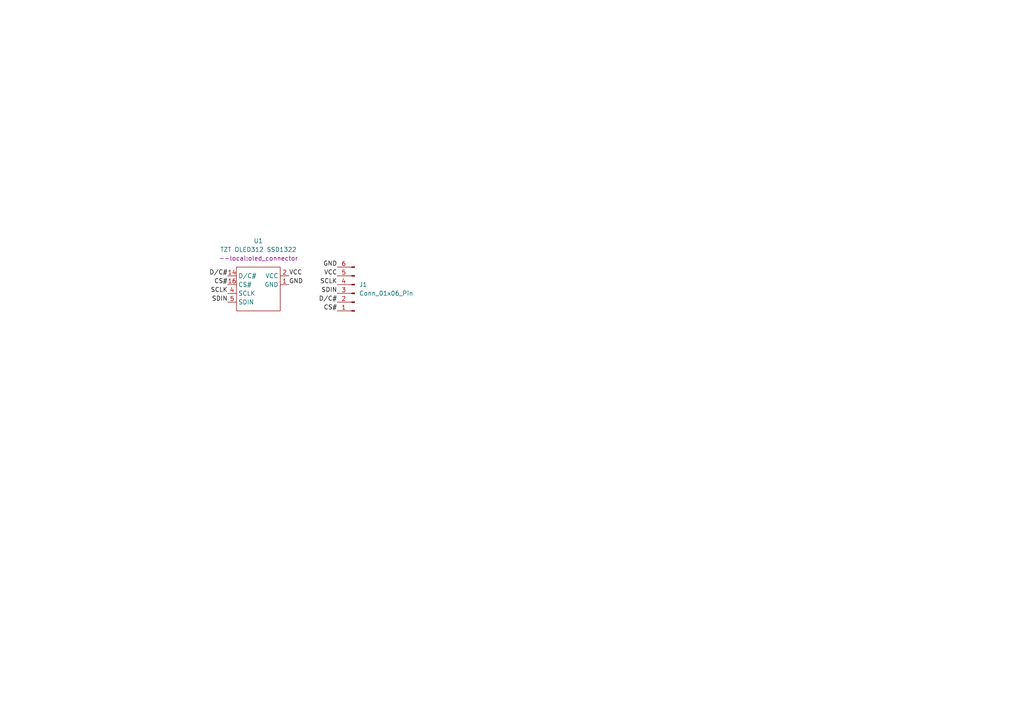
<source format=kicad_sch>
(kicad_sch (version 20230121) (generator eeschema)
  (paper "A4")
  (lib_symbols
    (symbol "--local:tzt_oled_312_ssd1322"
      (property "Reference" "U" (at 5.08 3.81 0))
      (property "Value" "TZT OLED312 SSD1322" (at 6.35 1.27 0))
      (property "Footprint" "--local:oled_connector" (at 2.54 6.35 0))
      (symbol "tzt_oled_312_ssd1322_0_1"
        (rectangle (start 0 0) (end 12.7 -12.7))
      )
      (symbol "tzt_oled_312_ssd1322_1_1"
        (pin input line (at 15.24 -5.08 180) (length 2.54) (name "GND") (number "1"))
        (pin input line (at -2.54 -2.54 0) (length 2.54) (name "D/C#") (number "14"))
        (pin input line (at -2.54 -5.08 0) (length 2.54) (name "CS#") (number "16"))
        (pin input line (at 15.24 -2.54 180) (length 2.54) (name "VCC") (number "2"))
        (pin input line (at -2.54 -7.62 0) (length 2.54) (name "SCLK") (number "4"))
        (pin input line (at -2.54 -10.16 0) (length 2.54) (name "SDIN") (number "5"))
      )
    )
    (symbol "Connector:Conn_01x06_Pin" (pin_names (offset 1.016) hide)
      (property "Reference" "J" (at 0 7.62 0))
      (property "Value" "Conn_01x06_Pin" (at 0 -10.16 0))
      (symbol "Conn_01x06_Pin_1_1"
        (polyline (pts (xy 1.27 -7.62) (xy 0.8636 -7.62)) (stroke (width 0.1524)))
        (polyline (pts (xy 1.27 -5.08) (xy 0.8636 -5.08)) (stroke (width 0.1524)))
        (polyline (pts (xy 1.27 -2.54) (xy 0.8636 -2.54)) (stroke (width 0.1524)))
        (polyline (pts (xy 1.27 0) (xy 0.8636 0)) (stroke (width 0.1524)))
        (polyline (pts (xy 1.27 2.54) (xy 0.8636 2.54)) (stroke (width 0.1524)))
        (polyline (pts (xy 1.27 5.08) (xy 0.8636 5.08)) (stroke (width 0.1524)))
        (rectangle (start 0.8636 -7.493) (end 0 -7.747) (stroke (width 0.1524)) (fill (type outline)))
        (rectangle (start 0.8636 -4.953) (end 0 -5.207) (stroke (width 0.1524)) (fill (type outline)))
        (rectangle (start 0.8636 -2.413) (end 0 -2.667) (stroke (width 0.1524)) (fill (type outline)))
        (rectangle (start 0.8636 0.127) (end 0 -0.127) (stroke (width 0.1524)) (fill (type outline)))
        (rectangle (start 0.8636 2.667) (end 0 2.413) (stroke (width 0.1524)) (fill (type outline)))
        (rectangle (start 0.8636 5.207) (end 0 4.953) (stroke (width 0.1524)) (fill (type outline)))
        (pin passive line (at 5.08 5.08 180) (length 3.81) (name "Pin_1") (number "1"))
        (pin passive line (at 5.08 2.54 180) (length 3.81) (name "Pin_2") (number "2"))
        (pin passive line (at 5.08 0 180) (length 3.81) (name "Pin_3") (number "3"))
        (pin passive line (at 5.08 -2.54 180) (length 3.81) (name "Pin_4") (number "4"))
        (pin passive line (at 5.08 -5.08 180) (length 3.81) (name "Pin_5") (number "5"))
        (pin passive line (at 5.08 -7.62 180) (length 3.81) (name "Pin_6") (number "6"))
      )
    )
  )
  (label "VCC" (at 83.82 80.01 0))
  (label "CS#" (at 66.04 82.55 180))
  (label "CS#" (at 97.79 90.17 180))
  (label "D{slash}C#" (at 97.79 87.63 180))
  (label "D{slash}C#" (at 66.04 80.01 180))
  (label "SCLK" (at 66.04 85.09 180))
  (label "GND" (at 83.82 82.55 0))
  (label "SDIN" (at 97.79 85.09 180))
  (label "SDIN" (at 66.04 87.63 180))
  (label "SCLK" (at 97.79 82.55 180))
  (label "VCC" (at 97.79 80.01 180))
  (label "GND" (at 97.79 77.47 180))
  (symbol (lib_id "--local:tzt_oled_312_ssd1322") (at 68.58 77.47 0) (unit 1)
    (property "Reference" "U1" (at 74.93 69.85 0))
    (property "Value" "TZT OLED312 SSD1322" (at 74.93 72.39 0))
    (property "Footprint" "--local:oled_connector" (at 74.93 74.93 0))
  )
  (symbol (lib_id "Connector:Conn_01x06_Pin") (at 102.87 85.09 180) (unit 1)
    (property "Reference" "J1" (at 104.14 82.55 0) (effects (justify right)))
    (property "Value" "Conn_01x06_Pin" (at 104.14 85.09 0) (effects (justify right)))
    (property "Footprint" "Connector_JST:JST_XH_S6B-XH-A-1_1x06_P2.50mm_Horizontal" (effects hide))
  )
)
</source>
